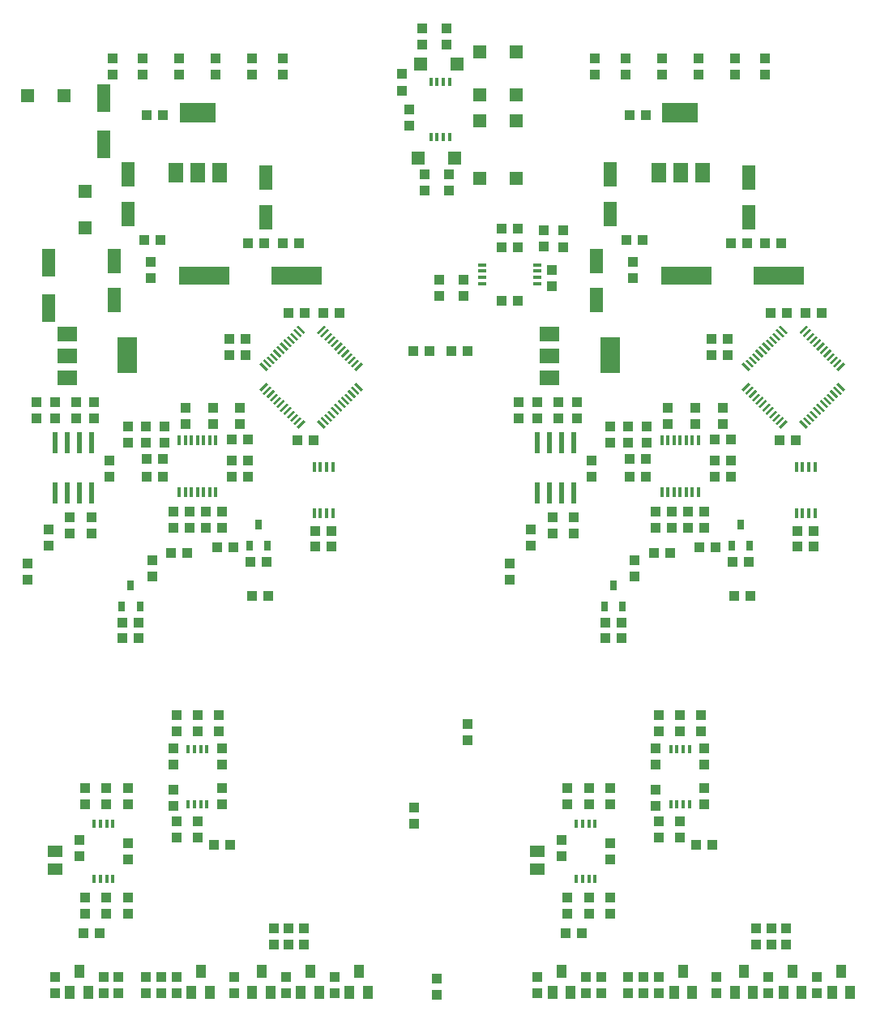
<source format=gtp>
G75*
%MOIN*%
%OFA0B0*%
%FSLAX25Y25*%
%IPPOS*%
%LPD*%
%AMOC8*
5,1,8,0,0,1.08239X$1,22.5*
%
%ADD10R,0.01000X0.03937*%
%ADD11R,0.03937X0.01000*%
%ADD12R,0.21000X0.07600*%
%ADD13R,0.04331X0.03937*%
%ADD14R,0.01200X0.03900*%
%ADD15R,0.03937X0.04331*%
%ADD16R,0.02362X0.08661*%
%ADD17R,0.03937X0.05512*%
%ADD18R,0.02756X0.03937*%
%ADD19R,0.05512X0.10236*%
%ADD20R,0.07900X0.05900*%
%ADD21R,0.07900X0.15000*%
%ADD22R,0.05900X0.07900*%
%ADD23R,0.15000X0.07900*%
%ADD24R,0.01614X0.04016*%
%ADD25R,0.01378X0.03543*%
%ADD26R,0.05906X0.05118*%
%ADD27R,0.05512X0.11811*%
%ADD28R,0.05512X0.05512*%
%ADD29R,0.03543X0.01378*%
D10*
G36*
X0127530Y0254526D02*
X0128237Y0255233D01*
X0131020Y0252450D01*
X0130313Y0251743D01*
X0127530Y0254526D01*
G37*
G36*
X0128922Y0255918D02*
X0129629Y0256625D01*
X0132412Y0253842D01*
X0131705Y0253135D01*
X0128922Y0255918D01*
G37*
G36*
X0130314Y0257310D02*
X0131021Y0258017D01*
X0133804Y0255234D01*
X0133097Y0254527D01*
X0130314Y0257310D01*
G37*
G36*
X0131706Y0258702D02*
X0132413Y0259409D01*
X0135196Y0256626D01*
X0134489Y0255919D01*
X0131706Y0258702D01*
G37*
G36*
X0133098Y0260094D02*
X0133805Y0260801D01*
X0136588Y0258018D01*
X0135881Y0257311D01*
X0133098Y0260094D01*
G37*
G36*
X0134490Y0261486D02*
X0135197Y0262193D01*
X0137980Y0259410D01*
X0137273Y0258703D01*
X0134490Y0261486D01*
G37*
G36*
X0135882Y0262877D02*
X0136589Y0263584D01*
X0139372Y0260801D01*
X0138665Y0260094D01*
X0135882Y0262877D01*
G37*
G36*
X0137274Y0264269D02*
X0137981Y0264976D01*
X0140764Y0262193D01*
X0140057Y0261486D01*
X0137274Y0264269D01*
G37*
G36*
X0138666Y0265661D02*
X0139373Y0266368D01*
X0142156Y0263585D01*
X0141449Y0262878D01*
X0138666Y0265661D01*
G37*
G36*
X0140058Y0267053D02*
X0140765Y0267760D01*
X0143548Y0264977D01*
X0142841Y0264270D01*
X0140058Y0267053D01*
G37*
G36*
X0141449Y0268445D02*
X0142156Y0269152D01*
X0144939Y0266369D01*
X0144232Y0265662D01*
X0141449Y0268445D01*
G37*
G36*
X0142841Y0269837D02*
X0143548Y0270544D01*
X0146331Y0267761D01*
X0145624Y0267054D01*
X0142841Y0269837D01*
G37*
G36*
X0119178Y0293500D02*
X0119885Y0294207D01*
X0122668Y0291424D01*
X0121961Y0290717D01*
X0119178Y0293500D01*
G37*
G36*
X0117786Y0292108D02*
X0118493Y0292815D01*
X0121276Y0290032D01*
X0120569Y0289325D01*
X0117786Y0292108D01*
G37*
G36*
X0116395Y0290716D02*
X0117102Y0291423D01*
X0119885Y0288640D01*
X0119178Y0287933D01*
X0116395Y0290716D01*
G37*
G36*
X0115003Y0289324D02*
X0115710Y0290031D01*
X0118493Y0287248D01*
X0117786Y0286541D01*
X0115003Y0289324D01*
G37*
G36*
X0113611Y0287932D02*
X0114318Y0288639D01*
X0117101Y0285856D01*
X0116394Y0285149D01*
X0113611Y0287932D01*
G37*
G36*
X0112219Y0286540D02*
X0112926Y0287247D01*
X0115709Y0284464D01*
X0115002Y0283757D01*
X0112219Y0286540D01*
G37*
G36*
X0110827Y0285149D02*
X0111534Y0285856D01*
X0114317Y0283073D01*
X0113610Y0282366D01*
X0110827Y0285149D01*
G37*
G36*
X0109435Y0283757D02*
X0110142Y0284464D01*
X0112925Y0281681D01*
X0112218Y0280974D01*
X0109435Y0283757D01*
G37*
G36*
X0108043Y0282365D02*
X0108750Y0283072D01*
X0111533Y0280289D01*
X0110826Y0279582D01*
X0108043Y0282365D01*
G37*
G36*
X0106651Y0280973D02*
X0107358Y0281680D01*
X0110141Y0278897D01*
X0109434Y0278190D01*
X0106651Y0280973D01*
G37*
G36*
X0105259Y0279581D02*
X0105966Y0280288D01*
X0108749Y0277505D01*
X0108042Y0276798D01*
X0105259Y0279581D01*
G37*
G36*
X0103867Y0278189D02*
X0104574Y0278896D01*
X0107357Y0276113D01*
X0106650Y0275406D01*
X0103867Y0278189D01*
G37*
G36*
X0302292Y0278189D02*
X0302999Y0278896D01*
X0305782Y0276113D01*
X0305075Y0275406D01*
X0302292Y0278189D01*
G37*
G36*
X0303684Y0279581D02*
X0304391Y0280288D01*
X0307174Y0277505D01*
X0306467Y0276798D01*
X0303684Y0279581D01*
G37*
G36*
X0305076Y0280973D02*
X0305783Y0281680D01*
X0308566Y0278897D01*
X0307859Y0278190D01*
X0305076Y0280973D01*
G37*
G36*
X0306468Y0282365D02*
X0307175Y0283072D01*
X0309958Y0280289D01*
X0309251Y0279582D01*
X0306468Y0282365D01*
G37*
G36*
X0307860Y0283757D02*
X0308567Y0284464D01*
X0311350Y0281681D01*
X0310643Y0280974D01*
X0307860Y0283757D01*
G37*
G36*
X0309252Y0285149D02*
X0309959Y0285856D01*
X0312742Y0283073D01*
X0312035Y0282366D01*
X0309252Y0285149D01*
G37*
G36*
X0310644Y0286540D02*
X0311351Y0287247D01*
X0314134Y0284464D01*
X0313427Y0283757D01*
X0310644Y0286540D01*
G37*
G36*
X0312036Y0287932D02*
X0312743Y0288639D01*
X0315526Y0285856D01*
X0314819Y0285149D01*
X0312036Y0287932D01*
G37*
G36*
X0313428Y0289324D02*
X0314135Y0290031D01*
X0316918Y0287248D01*
X0316211Y0286541D01*
X0313428Y0289324D01*
G37*
G36*
X0314820Y0290716D02*
X0315527Y0291423D01*
X0318310Y0288640D01*
X0317603Y0287933D01*
X0314820Y0290716D01*
G37*
G36*
X0316212Y0292108D02*
X0316919Y0292815D01*
X0319702Y0290032D01*
X0318995Y0289325D01*
X0316212Y0292108D01*
G37*
G36*
X0317604Y0293500D02*
X0318311Y0294207D01*
X0321094Y0291424D01*
X0320387Y0290717D01*
X0317604Y0293500D01*
G37*
G36*
X0339875Y0268445D02*
X0340582Y0269152D01*
X0343365Y0266369D01*
X0342658Y0265662D01*
X0339875Y0268445D01*
G37*
G36*
X0338483Y0267053D02*
X0339190Y0267760D01*
X0341973Y0264977D01*
X0341266Y0264270D01*
X0338483Y0267053D01*
G37*
G36*
X0337091Y0265661D02*
X0337798Y0266368D01*
X0340581Y0263585D01*
X0339874Y0262878D01*
X0337091Y0265661D01*
G37*
G36*
X0335699Y0264269D02*
X0336406Y0264976D01*
X0339189Y0262193D01*
X0338482Y0261486D01*
X0335699Y0264269D01*
G37*
G36*
X0334307Y0262877D02*
X0335014Y0263584D01*
X0337797Y0260801D01*
X0337090Y0260094D01*
X0334307Y0262877D01*
G37*
G36*
X0332915Y0261486D02*
X0333622Y0262193D01*
X0336405Y0259410D01*
X0335698Y0258703D01*
X0332915Y0261486D01*
G37*
G36*
X0331523Y0260094D02*
X0332230Y0260801D01*
X0335013Y0258018D01*
X0334306Y0257311D01*
X0331523Y0260094D01*
G37*
G36*
X0330131Y0258702D02*
X0330838Y0259409D01*
X0333621Y0256626D01*
X0332914Y0255919D01*
X0330131Y0258702D01*
G37*
G36*
X0328739Y0257310D02*
X0329446Y0258017D01*
X0332229Y0255234D01*
X0331522Y0254527D01*
X0328739Y0257310D01*
G37*
G36*
X0327347Y0255918D02*
X0328054Y0256625D01*
X0330837Y0253842D01*
X0330130Y0253135D01*
X0327347Y0255918D01*
G37*
G36*
X0325955Y0254526D02*
X0326662Y0255233D01*
X0329445Y0252450D01*
X0328738Y0251743D01*
X0325955Y0254526D01*
G37*
G36*
X0341267Y0269837D02*
X0341974Y0270544D01*
X0344757Y0267761D01*
X0344050Y0267054D01*
X0341267Y0269837D01*
G37*
D11*
G36*
X0341267Y0276113D02*
X0344050Y0278896D01*
X0344757Y0278189D01*
X0341974Y0275406D01*
X0341267Y0276113D01*
G37*
G36*
X0339875Y0277505D02*
X0342658Y0280288D01*
X0343365Y0279581D01*
X0340582Y0276798D01*
X0339875Y0277505D01*
G37*
G36*
X0338483Y0278897D02*
X0341266Y0281680D01*
X0341973Y0280973D01*
X0339190Y0278190D01*
X0338483Y0278897D01*
G37*
G36*
X0337091Y0280289D02*
X0339874Y0283072D01*
X0340581Y0282365D01*
X0337798Y0279582D01*
X0337091Y0280289D01*
G37*
G36*
X0335699Y0281681D02*
X0338482Y0284464D01*
X0339189Y0283757D01*
X0336406Y0280974D01*
X0335699Y0281681D01*
G37*
G36*
X0334307Y0283073D02*
X0337090Y0285856D01*
X0337797Y0285149D01*
X0335014Y0282366D01*
X0334307Y0283073D01*
G37*
G36*
X0332915Y0284464D02*
X0335698Y0287247D01*
X0336405Y0286540D01*
X0333622Y0283757D01*
X0332915Y0284464D01*
G37*
G36*
X0331523Y0285856D02*
X0334306Y0288639D01*
X0335013Y0287932D01*
X0332230Y0285149D01*
X0331523Y0285856D01*
G37*
G36*
X0330131Y0287248D02*
X0332914Y0290031D01*
X0333621Y0289324D01*
X0330838Y0286541D01*
X0330131Y0287248D01*
G37*
G36*
X0328739Y0288640D02*
X0331522Y0291423D01*
X0332229Y0290716D01*
X0329446Y0287933D01*
X0328739Y0288640D01*
G37*
G36*
X0327347Y0290032D02*
X0330130Y0292815D01*
X0330837Y0292108D01*
X0328054Y0289325D01*
X0327347Y0290032D01*
G37*
G36*
X0325955Y0291424D02*
X0328738Y0294207D01*
X0329445Y0293500D01*
X0326662Y0290717D01*
X0325955Y0291424D01*
G37*
G36*
X0302292Y0267761D02*
X0305075Y0270544D01*
X0305782Y0269837D01*
X0302999Y0267054D01*
X0302292Y0267761D01*
G37*
G36*
X0303684Y0266369D02*
X0306467Y0269152D01*
X0307174Y0268445D01*
X0304391Y0265662D01*
X0303684Y0266369D01*
G37*
G36*
X0305076Y0264977D02*
X0307859Y0267760D01*
X0308566Y0267053D01*
X0305783Y0264270D01*
X0305076Y0264977D01*
G37*
G36*
X0306468Y0263585D02*
X0309251Y0266368D01*
X0309958Y0265661D01*
X0307175Y0262878D01*
X0306468Y0263585D01*
G37*
G36*
X0307860Y0262193D02*
X0310643Y0264976D01*
X0311350Y0264269D01*
X0308567Y0261486D01*
X0307860Y0262193D01*
G37*
G36*
X0309252Y0260801D02*
X0312035Y0263584D01*
X0312742Y0262877D01*
X0309959Y0260094D01*
X0309252Y0260801D01*
G37*
G36*
X0310644Y0259410D02*
X0313427Y0262193D01*
X0314134Y0261486D01*
X0311351Y0258703D01*
X0310644Y0259410D01*
G37*
G36*
X0312036Y0258018D02*
X0314819Y0260801D01*
X0315526Y0260094D01*
X0312743Y0257311D01*
X0312036Y0258018D01*
G37*
G36*
X0313428Y0256626D02*
X0316211Y0259409D01*
X0316918Y0258702D01*
X0314135Y0255919D01*
X0313428Y0256626D01*
G37*
G36*
X0314820Y0255234D02*
X0317603Y0258017D01*
X0318310Y0257310D01*
X0315527Y0254527D01*
X0314820Y0255234D01*
G37*
G36*
X0316212Y0253842D02*
X0318995Y0256625D01*
X0319702Y0255918D01*
X0316919Y0253135D01*
X0316212Y0253842D01*
G37*
G36*
X0317604Y0252450D02*
X0320387Y0255233D01*
X0321094Y0254526D01*
X0318311Y0251743D01*
X0317604Y0252450D01*
G37*
G36*
X0142841Y0276113D02*
X0145624Y0278896D01*
X0146331Y0278189D01*
X0143548Y0275406D01*
X0142841Y0276113D01*
G37*
G36*
X0141449Y0277505D02*
X0144232Y0280288D01*
X0144939Y0279581D01*
X0142156Y0276798D01*
X0141449Y0277505D01*
G37*
G36*
X0140058Y0278897D02*
X0142841Y0281680D01*
X0143548Y0280973D01*
X0140765Y0278190D01*
X0140058Y0278897D01*
G37*
G36*
X0138666Y0280289D02*
X0141449Y0283072D01*
X0142156Y0282365D01*
X0139373Y0279582D01*
X0138666Y0280289D01*
G37*
G36*
X0137274Y0281681D02*
X0140057Y0284464D01*
X0140764Y0283757D01*
X0137981Y0280974D01*
X0137274Y0281681D01*
G37*
G36*
X0135882Y0283073D02*
X0138665Y0285856D01*
X0139372Y0285149D01*
X0136589Y0282366D01*
X0135882Y0283073D01*
G37*
G36*
X0134490Y0284464D02*
X0137273Y0287247D01*
X0137980Y0286540D01*
X0135197Y0283757D01*
X0134490Y0284464D01*
G37*
G36*
X0133098Y0285856D02*
X0135881Y0288639D01*
X0136588Y0287932D01*
X0133805Y0285149D01*
X0133098Y0285856D01*
G37*
G36*
X0131706Y0287248D02*
X0134489Y0290031D01*
X0135196Y0289324D01*
X0132413Y0286541D01*
X0131706Y0287248D01*
G37*
G36*
X0130314Y0288640D02*
X0133097Y0291423D01*
X0133804Y0290716D01*
X0131021Y0287933D01*
X0130314Y0288640D01*
G37*
G36*
X0128922Y0290032D02*
X0131705Y0292815D01*
X0132412Y0292108D01*
X0129629Y0289325D01*
X0128922Y0290032D01*
G37*
G36*
X0127530Y0291424D02*
X0130313Y0294207D01*
X0131020Y0293500D01*
X0128237Y0290717D01*
X0127530Y0291424D01*
G37*
G36*
X0103867Y0267761D02*
X0106650Y0270544D01*
X0107357Y0269837D01*
X0104574Y0267054D01*
X0103867Y0267761D01*
G37*
G36*
X0105259Y0266369D02*
X0108042Y0269152D01*
X0108749Y0268445D01*
X0105966Y0265662D01*
X0105259Y0266369D01*
G37*
G36*
X0106651Y0264977D02*
X0109434Y0267760D01*
X0110141Y0267053D01*
X0107358Y0264270D01*
X0106651Y0264977D01*
G37*
G36*
X0108043Y0263585D02*
X0110826Y0266368D01*
X0111533Y0265661D01*
X0108750Y0262878D01*
X0108043Y0263585D01*
G37*
G36*
X0109435Y0262193D02*
X0112218Y0264976D01*
X0112925Y0264269D01*
X0110142Y0261486D01*
X0109435Y0262193D01*
G37*
G36*
X0110827Y0260801D02*
X0113610Y0263584D01*
X0114317Y0262877D01*
X0111534Y0260094D01*
X0110827Y0260801D01*
G37*
G36*
X0112219Y0259410D02*
X0115002Y0262193D01*
X0115709Y0261486D01*
X0112926Y0258703D01*
X0112219Y0259410D01*
G37*
G36*
X0113611Y0258018D02*
X0116394Y0260801D01*
X0117101Y0260094D01*
X0114318Y0257311D01*
X0113611Y0258018D01*
G37*
G36*
X0115003Y0256626D02*
X0117786Y0259409D01*
X0118493Y0258702D01*
X0115710Y0255919D01*
X0115003Y0256626D01*
G37*
G36*
X0116395Y0255234D02*
X0119178Y0258017D01*
X0119885Y0257310D01*
X0117102Y0254527D01*
X0116395Y0255234D01*
G37*
G36*
X0117786Y0253842D02*
X0120569Y0256625D01*
X0121276Y0255918D01*
X0118493Y0253135D01*
X0117786Y0253842D01*
G37*
G36*
X0119178Y0252450D02*
X0121961Y0255233D01*
X0122668Y0254526D01*
X0119885Y0251743D01*
X0119178Y0252450D01*
G37*
D12*
X0119118Y0314710D03*
X0081118Y0314710D03*
X0279543Y0314710D03*
X0317543Y0314710D03*
D13*
X0019712Y0019704D03*
X0019712Y0026396D03*
X0039712Y0026396D03*
X0045962Y0026396D03*
X0045962Y0019704D03*
X0039712Y0019704D03*
X0057212Y0019704D03*
X0063462Y0019704D03*
X0069712Y0019704D03*
X0069712Y0026396D03*
X0063462Y0026396D03*
X0057212Y0026396D03*
X0040962Y0052204D03*
X0040962Y0058896D03*
X0032212Y0058896D03*
X0032212Y0052204D03*
X0032212Y0097204D03*
X0032212Y0103896D03*
X0040962Y0103896D03*
X0040962Y0097204D03*
X0069712Y0090146D03*
X0069712Y0083454D03*
X0088462Y0113454D03*
X0088462Y0120146D03*
X0087212Y0127204D03*
X0087212Y0133896D03*
X0078462Y0133896D03*
X0078462Y0127204D03*
X0069712Y0127204D03*
X0069712Y0133896D03*
X0054308Y0171800D03*
X0047615Y0171800D03*
X0059712Y0190954D03*
X0059712Y0197646D03*
X0075212Y0210954D03*
X0081712Y0210954D03*
X0081712Y0217646D03*
X0075212Y0217646D03*
X0064308Y0231800D03*
X0057615Y0231800D03*
X0057212Y0245954D03*
X0057212Y0252646D03*
X0049712Y0252646D03*
X0049712Y0245954D03*
X0028462Y0255954D03*
X0028462Y0262646D03*
X0019712Y0262646D03*
X0019712Y0255954D03*
X0012212Y0255954D03*
X0012212Y0262646D03*
X0025962Y0215146D03*
X0025962Y0208454D03*
X0017212Y0210146D03*
X0017212Y0203454D03*
X0008462Y0196396D03*
X0008462Y0189704D03*
X0073462Y0253454D03*
X0073462Y0260146D03*
X0084712Y0260146D03*
X0084712Y0253454D03*
X0092615Y0247425D03*
X0095962Y0253454D03*
X0099308Y0247425D03*
X0095962Y0260146D03*
X0098058Y0282051D03*
X0098058Y0288488D03*
X0091365Y0288488D03*
X0091365Y0282051D03*
X0115740Y0299300D03*
X0122433Y0299300D03*
X0130115Y0299300D03*
X0136808Y0299300D03*
X0120179Y0327981D03*
X0113486Y0327981D03*
X0105962Y0328060D03*
X0099269Y0328060D03*
X0064308Y0380550D03*
X0057615Y0380550D03*
X0055962Y0397204D03*
X0055962Y0403896D03*
X0043462Y0403896D03*
X0043462Y0397204D03*
X0070962Y0397204D03*
X0070962Y0403896D03*
X0085962Y0403896D03*
X0085962Y0397204D03*
X0100962Y0397204D03*
X0100962Y0403896D03*
X0113462Y0403896D03*
X0113462Y0397204D03*
X0170676Y0409438D03*
X0170676Y0416131D03*
X0180676Y0416131D03*
X0180676Y0409438D03*
X0181926Y0356131D03*
X0181926Y0349438D03*
X0171926Y0349438D03*
X0171926Y0356131D03*
X0203334Y0326209D03*
X0210027Y0326209D03*
X0220853Y0326603D03*
X0220853Y0333296D03*
X0228924Y0333099D03*
X0228924Y0326406D03*
X0224003Y0316957D03*
X0224003Y0310265D03*
X0210027Y0304162D03*
X0203334Y0304162D03*
X0187783Y0306131D03*
X0187783Y0312824D03*
X0210637Y0262646D03*
X0210637Y0255954D03*
X0218137Y0255954D03*
X0218137Y0262646D03*
X0226887Y0262646D03*
X0226887Y0255954D03*
X0248137Y0252646D03*
X0248137Y0245954D03*
X0255637Y0245954D03*
X0255637Y0252646D03*
X0271887Y0253454D03*
X0271887Y0260146D03*
X0283137Y0260146D03*
X0283137Y0253454D03*
X0291040Y0247425D03*
X0294387Y0253454D03*
X0297733Y0247425D03*
X0294387Y0260146D03*
X0296483Y0282051D03*
X0296483Y0288488D03*
X0289790Y0288488D03*
X0289790Y0282051D03*
X0314165Y0299300D03*
X0320858Y0299300D03*
X0328540Y0299300D03*
X0335233Y0299300D03*
X0318604Y0327981D03*
X0311912Y0327981D03*
X0304387Y0328060D03*
X0297694Y0328060D03*
X0262733Y0380550D03*
X0256040Y0380550D03*
X0254387Y0397204D03*
X0254387Y0403896D03*
X0241887Y0403896D03*
X0241887Y0397204D03*
X0269387Y0397204D03*
X0269387Y0403896D03*
X0284387Y0403896D03*
X0284387Y0397204D03*
X0299387Y0397204D03*
X0299387Y0403896D03*
X0311887Y0403896D03*
X0311887Y0397204D03*
X0317915Y0246800D03*
X0324608Y0246800D03*
X0297733Y0231800D03*
X0291040Y0231800D03*
X0286887Y0217646D03*
X0286887Y0210954D03*
X0280137Y0210954D03*
X0273637Y0210954D03*
X0273637Y0217646D03*
X0280137Y0217646D03*
X0262733Y0231800D03*
X0256040Y0231800D03*
X0258137Y0197646D03*
X0258137Y0190954D03*
X0252733Y0171800D03*
X0246040Y0171800D03*
X0224387Y0208454D03*
X0224387Y0215146D03*
X0215637Y0210146D03*
X0215637Y0203454D03*
X0206887Y0196396D03*
X0206887Y0189704D03*
X0189348Y0130284D03*
X0189348Y0123591D03*
X0167320Y0095875D03*
X0167320Y0089182D03*
X0122212Y0046396D03*
X0115962Y0046396D03*
X0115962Y0039704D03*
X0122212Y0039704D03*
X0109712Y0039704D03*
X0109712Y0046396D03*
X0114712Y0026396D03*
X0114712Y0019704D03*
X0134712Y0019704D03*
X0134712Y0026396D03*
X0093462Y0026396D03*
X0093462Y0019704D03*
X0176759Y0018926D03*
X0176759Y0025619D03*
X0218137Y0026396D03*
X0218137Y0019704D03*
X0238137Y0019704D03*
X0244387Y0019704D03*
X0244387Y0026396D03*
X0238137Y0026396D03*
X0255637Y0026396D03*
X0261887Y0026396D03*
X0268137Y0026396D03*
X0268137Y0019704D03*
X0261887Y0019704D03*
X0255637Y0019704D03*
X0239387Y0052204D03*
X0239387Y0058896D03*
X0230637Y0058896D03*
X0230637Y0052204D03*
X0230637Y0097204D03*
X0230637Y0103896D03*
X0239387Y0103896D03*
X0239387Y0097204D03*
X0268137Y0090146D03*
X0268137Y0083454D03*
X0286887Y0113454D03*
X0286887Y0120146D03*
X0285637Y0127204D03*
X0285637Y0133896D03*
X0276887Y0133896D03*
X0276887Y0127204D03*
X0268137Y0127204D03*
X0268137Y0133896D03*
X0298540Y0196800D03*
X0305233Y0196800D03*
X0325233Y0203355D03*
X0325233Y0209605D03*
X0331926Y0209605D03*
X0331926Y0203355D03*
X0320637Y0046396D03*
X0320637Y0039704D03*
X0314387Y0039704D03*
X0314387Y0046396D03*
X0308137Y0046396D03*
X0308137Y0039704D03*
X0313137Y0026396D03*
X0313137Y0019704D03*
X0291887Y0019704D03*
X0291887Y0026396D03*
X0333137Y0026396D03*
X0333137Y0019704D03*
X0133501Y0203355D03*
X0133501Y0209605D03*
X0126808Y0209605D03*
X0126808Y0203355D03*
X0106808Y0196800D03*
X0100115Y0196800D03*
X0088462Y0210954D03*
X0088462Y0217646D03*
X0092615Y0231800D03*
X0099308Y0231800D03*
X0119490Y0246800D03*
X0126183Y0246800D03*
D14*
X0085962Y0246880D03*
X0083462Y0246880D03*
X0080962Y0246880D03*
X0078462Y0246880D03*
X0075962Y0246880D03*
X0073462Y0246880D03*
X0070962Y0246880D03*
X0070962Y0225480D03*
X0073462Y0225480D03*
X0075962Y0225480D03*
X0078462Y0225480D03*
X0080962Y0225480D03*
X0083462Y0225480D03*
X0085962Y0225480D03*
X0269387Y0225480D03*
X0271887Y0225480D03*
X0274387Y0225480D03*
X0276887Y0225480D03*
X0279387Y0225480D03*
X0281887Y0225480D03*
X0284387Y0225480D03*
X0284387Y0246880D03*
X0281887Y0246880D03*
X0279387Y0246880D03*
X0276887Y0246880D03*
X0274387Y0246880D03*
X0271887Y0246880D03*
X0269387Y0246880D03*
D15*
X0263137Y0245954D03*
X0262733Y0239300D03*
X0256040Y0239300D03*
X0263137Y0252646D03*
X0240476Y0238533D03*
X0240476Y0231841D03*
X0233137Y0215146D03*
X0233137Y0208454D03*
X0266040Y0200550D03*
X0272733Y0200550D03*
X0266887Y0210954D03*
X0266887Y0217646D03*
X0284790Y0203050D03*
X0291483Y0203050D03*
X0299161Y0183050D03*
X0305853Y0183050D03*
X0297733Y0238670D03*
X0291040Y0238670D03*
X0234387Y0255954D03*
X0234387Y0262646D03*
X0257556Y0313660D03*
X0257556Y0320353D03*
X0254790Y0329300D03*
X0261483Y0329300D03*
X0210027Y0334083D03*
X0203334Y0334083D03*
X0177743Y0312824D03*
X0177743Y0306131D03*
X0173806Y0283690D03*
X0167113Y0283690D03*
X0182861Y0283690D03*
X0189554Y0283690D03*
X0165470Y0376150D03*
X0165470Y0382843D03*
X0162320Y0390747D03*
X0162320Y0397440D03*
X0063058Y0329300D03*
X0056365Y0329300D03*
X0059131Y0320353D03*
X0059131Y0313660D03*
X0035962Y0262646D03*
X0035962Y0255954D03*
X0042051Y0238533D03*
X0042051Y0231841D03*
X0034712Y0215146D03*
X0034712Y0208454D03*
X0057615Y0239300D03*
X0064308Y0239300D03*
X0064712Y0245954D03*
X0064712Y0252646D03*
X0092615Y0238670D03*
X0099308Y0238670D03*
X0068462Y0217646D03*
X0068462Y0210954D03*
X0067615Y0200550D03*
X0074308Y0200550D03*
X0086365Y0203050D03*
X0093058Y0203050D03*
X0100735Y0183050D03*
X0107428Y0183050D03*
X0054308Y0165550D03*
X0047615Y0165550D03*
X0068462Y0120146D03*
X0068462Y0113454D03*
X0068462Y0103276D03*
X0068462Y0096583D03*
X0078462Y0090146D03*
X0078462Y0083454D03*
X0085115Y0080550D03*
X0091808Y0080550D03*
X0088462Y0097204D03*
X0088462Y0103896D03*
X0049712Y0103896D03*
X0049712Y0097204D03*
X0049712Y0081396D03*
X0049712Y0074704D03*
X0049712Y0058896D03*
X0049712Y0052204D03*
X0038058Y0044300D03*
X0031365Y0044300D03*
X0029712Y0075954D03*
X0029712Y0082646D03*
X0228137Y0082646D03*
X0228137Y0075954D03*
X0248137Y0074704D03*
X0248137Y0081396D03*
X0248137Y0097204D03*
X0248137Y0103896D03*
X0266887Y0103276D03*
X0266887Y0096583D03*
X0276887Y0090146D03*
X0276887Y0083454D03*
X0283540Y0080550D03*
X0290233Y0080550D03*
X0286887Y0097204D03*
X0286887Y0103896D03*
X0266887Y0113454D03*
X0266887Y0120146D03*
X0252733Y0165550D03*
X0246040Y0165550D03*
X0248137Y0058896D03*
X0248137Y0052204D03*
X0236483Y0044300D03*
X0229790Y0044300D03*
D16*
X0228137Y0225314D03*
X0233137Y0225314D03*
X0223137Y0225314D03*
X0218137Y0225314D03*
X0218137Y0245786D03*
X0223137Y0245786D03*
X0228137Y0245786D03*
X0233137Y0245786D03*
X0034712Y0245786D03*
X0029712Y0245786D03*
X0024712Y0245786D03*
X0019712Y0245786D03*
X0019712Y0225314D03*
X0024712Y0225314D03*
X0029712Y0225314D03*
X0034712Y0225314D03*
D17*
X0029712Y0028631D03*
X0033452Y0019969D03*
X0025972Y0019969D03*
X0075972Y0019969D03*
X0083452Y0019969D03*
X0079712Y0028631D03*
X0100972Y0019969D03*
X0108452Y0019969D03*
X0104712Y0028631D03*
X0120972Y0019969D03*
X0128452Y0019969D03*
X0124712Y0028631D03*
X0140972Y0019969D03*
X0148452Y0019969D03*
X0144712Y0028631D03*
X0224397Y0019969D03*
X0231877Y0019969D03*
X0228137Y0028631D03*
X0274397Y0019969D03*
X0281877Y0019969D03*
X0278137Y0028631D03*
X0299397Y0019969D03*
X0306877Y0019969D03*
X0303137Y0028631D03*
X0319397Y0019969D03*
X0326877Y0019969D03*
X0323137Y0028631D03*
X0339397Y0019969D03*
X0346877Y0019969D03*
X0343137Y0028631D03*
D18*
X0253127Y0178719D03*
X0245647Y0178719D03*
X0249387Y0187381D03*
X0298147Y0203719D03*
X0305627Y0203719D03*
X0301887Y0212381D03*
X0107202Y0203719D03*
X0099722Y0203719D03*
X0103462Y0212381D03*
X0054702Y0178719D03*
X0047222Y0178719D03*
X0050962Y0187381D03*
D19*
X0044086Y0304479D03*
X0044086Y0320621D03*
X0049712Y0339979D03*
X0049712Y0356121D03*
X0106587Y0354871D03*
X0106587Y0338729D03*
X0242511Y0320621D03*
X0242511Y0304479D03*
X0248137Y0339979D03*
X0248137Y0356121D03*
X0305012Y0354871D03*
X0305012Y0338729D03*
D20*
X0223237Y0290700D03*
X0223237Y0281700D03*
X0223237Y0272700D03*
X0024812Y0272700D03*
X0024812Y0281700D03*
X0024812Y0290700D03*
D21*
X0049612Y0281800D03*
X0248037Y0281800D03*
D22*
X0267987Y0356900D03*
X0276987Y0356900D03*
X0285987Y0356900D03*
X0087562Y0356900D03*
X0078562Y0356900D03*
X0069562Y0356900D03*
D23*
X0078462Y0381700D03*
X0276887Y0381700D03*
D24*
X0324741Y0235929D03*
X0327300Y0235929D03*
X0329859Y0235929D03*
X0332418Y0235929D03*
X0332418Y0217031D03*
X0329859Y0217031D03*
X0327300Y0217031D03*
X0324741Y0217031D03*
X0133993Y0217031D03*
X0131434Y0217031D03*
X0128875Y0217031D03*
X0126316Y0217031D03*
X0126316Y0235929D03*
X0128875Y0235929D03*
X0131434Y0235929D03*
X0133993Y0235929D03*
D25*
X0082300Y0119989D03*
X0079741Y0119989D03*
X0077182Y0119989D03*
X0074623Y0119989D03*
X0074623Y0097351D03*
X0077182Y0097351D03*
X0079741Y0097351D03*
X0082300Y0097351D03*
X0043550Y0089369D03*
X0040991Y0089369D03*
X0038432Y0089369D03*
X0035873Y0089369D03*
X0035873Y0066731D03*
X0038432Y0066731D03*
X0040991Y0066731D03*
X0043550Y0066731D03*
X0234298Y0066731D03*
X0236857Y0066731D03*
X0239416Y0066731D03*
X0241976Y0066731D03*
X0241976Y0089369D03*
X0239416Y0089369D03*
X0236857Y0089369D03*
X0234298Y0089369D03*
X0273048Y0097351D03*
X0275607Y0097351D03*
X0278166Y0097351D03*
X0280726Y0097351D03*
X0280726Y0119989D03*
X0278166Y0119989D03*
X0275607Y0119989D03*
X0273048Y0119989D03*
X0182015Y0371465D03*
X0179456Y0371465D03*
X0176897Y0371465D03*
X0174338Y0371465D03*
X0174338Y0394103D03*
X0176897Y0394103D03*
X0179456Y0394103D03*
X0182015Y0394103D03*
D26*
X0218137Y0078040D03*
X0218137Y0070560D03*
X0019712Y0070560D03*
X0019712Y0078040D03*
D27*
X0017212Y0301101D03*
X0017212Y0319999D03*
X0039712Y0368601D03*
X0039712Y0387499D03*
D28*
X0023442Y0388675D03*
X0008481Y0388675D03*
X0032212Y0349280D03*
X0032212Y0334320D03*
X0169146Y0362784D03*
X0184107Y0362784D03*
X0194446Y0354585D03*
X0209407Y0354585D03*
X0209407Y0378109D03*
X0209407Y0389034D03*
X0194446Y0389034D03*
X0194446Y0378109D03*
X0185031Y0401534D03*
X0194446Y0406652D03*
X0209407Y0406652D03*
X0170071Y0401534D03*
D29*
X0195361Y0319024D03*
X0195361Y0316465D03*
X0195361Y0313906D03*
X0195361Y0311347D03*
X0217999Y0311347D03*
X0217999Y0313906D03*
X0217999Y0316465D03*
X0217999Y0319024D03*
M02*

</source>
